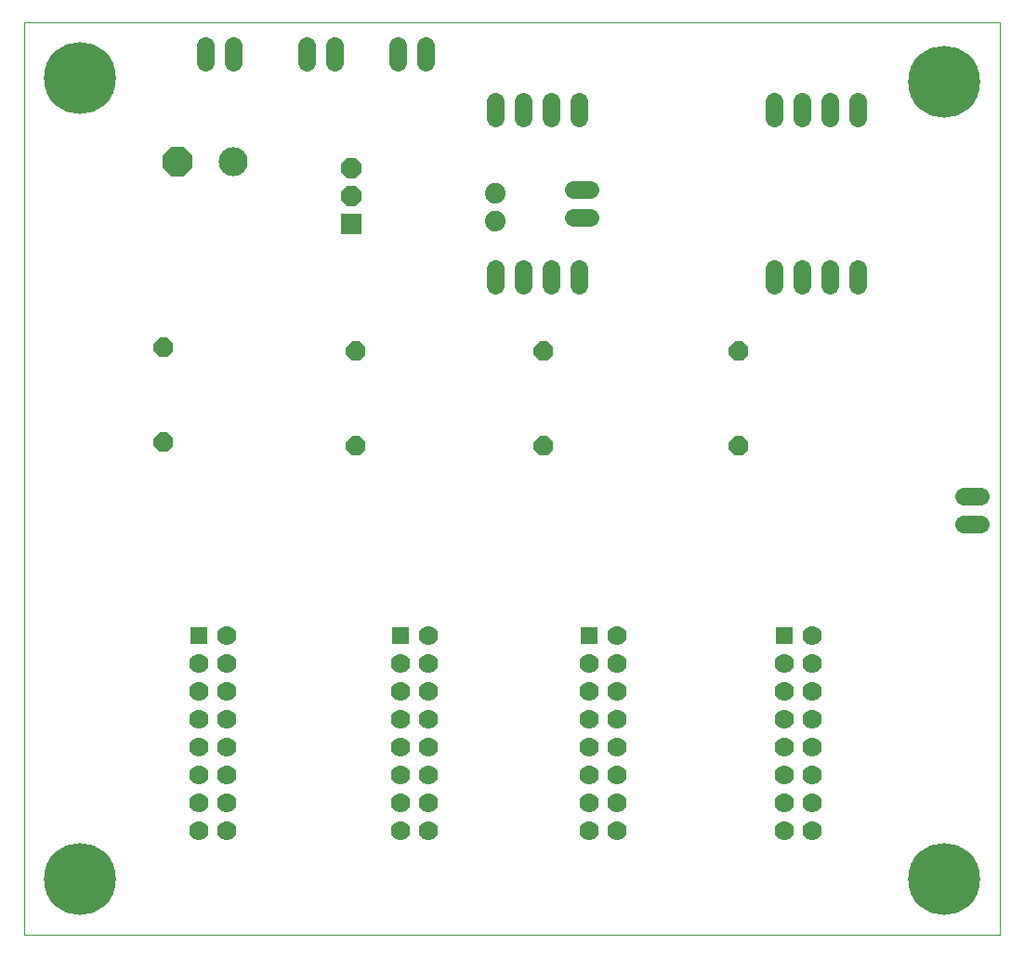
<source format=gbs>
G75*
%MOIN*%
%OFA0B0*%
%FSLAX25Y25*%
%IPPOS*%
%LPD*%
%AMOC8*
5,1,8,0,0,1.08239X$1,22.5*
%
%ADD10C,0.00000*%
%ADD11C,0.10400*%
%ADD12OC8,0.10400*%
%ADD13R,0.06337X0.06337*%
%ADD14C,0.07000*%
%ADD15OC8,0.07000*%
%ADD16C,0.25800*%
%ADD17C,0.06337*%
%ADD18C,0.07400*%
%ADD19R,0.07487X0.07487*%
%ADD20OC8,0.07487*%
D10*
X0002600Y0002600D02*
X0002600Y0330061D01*
X0352551Y0330061D01*
X0352551Y0002600D01*
X0002600Y0002600D01*
D11*
X0077600Y0280100D03*
D12*
X0057600Y0280100D03*
D13*
X0065100Y0110100D03*
X0137600Y0110100D03*
X0205100Y0110100D03*
X0275100Y0110100D03*
D14*
X0275100Y0100100D03*
X0275100Y0090100D03*
X0275100Y0080100D03*
X0275100Y0070100D03*
X0275100Y0060100D03*
X0275100Y0050100D03*
X0275100Y0040100D03*
X0285100Y0040100D03*
X0285100Y0050100D03*
X0285100Y0060100D03*
X0285100Y0070100D03*
X0285100Y0080100D03*
X0285100Y0090100D03*
X0285100Y0100100D03*
X0285100Y0110100D03*
X0215100Y0110100D03*
X0215100Y0100100D03*
X0215100Y0090100D03*
X0215100Y0080100D03*
X0215100Y0070100D03*
X0215100Y0060100D03*
X0215100Y0050100D03*
X0215100Y0040100D03*
X0205100Y0040100D03*
X0205100Y0050100D03*
X0205100Y0060100D03*
X0205100Y0070100D03*
X0205100Y0080100D03*
X0205100Y0090100D03*
X0205100Y0100100D03*
X0147600Y0100100D03*
X0147600Y0090100D03*
X0147600Y0080100D03*
X0147600Y0070100D03*
X0147600Y0060100D03*
X0147600Y0050100D03*
X0147600Y0040100D03*
X0137600Y0040100D03*
X0137600Y0050100D03*
X0137600Y0060100D03*
X0137600Y0070100D03*
X0137600Y0080100D03*
X0137600Y0090100D03*
X0137600Y0100100D03*
X0147600Y0110100D03*
X0075100Y0110100D03*
X0075100Y0100100D03*
X0075100Y0090100D03*
X0075100Y0080100D03*
X0075100Y0070100D03*
X0075100Y0060100D03*
X0075100Y0050100D03*
X0075100Y0040100D03*
X0065100Y0040100D03*
X0065100Y0050100D03*
X0065100Y0060100D03*
X0065100Y0070100D03*
X0065100Y0080100D03*
X0065100Y0090100D03*
X0065100Y0100100D03*
D15*
X0052600Y0179350D03*
X0052600Y0213350D03*
X0121350Y0212100D03*
X0121350Y0178100D03*
X0188850Y0178100D03*
X0188850Y0212100D03*
X0258850Y0212100D03*
X0258850Y0178100D03*
D16*
X0332600Y0308850D03*
X0332600Y0022600D03*
X0022600Y0022600D03*
X0022600Y0310100D03*
D17*
X0067600Y0315881D02*
X0067600Y0321819D01*
X0077600Y0321819D02*
X0077600Y0315881D01*
X0103850Y0315881D02*
X0103850Y0321819D01*
X0113850Y0321819D02*
X0113850Y0315881D01*
X0136350Y0315881D02*
X0136350Y0321819D01*
X0146350Y0321819D02*
X0146350Y0315881D01*
X0171350Y0301819D02*
X0171350Y0295881D01*
X0181350Y0295881D02*
X0181350Y0301819D01*
X0191350Y0301819D02*
X0191350Y0295881D01*
X0201350Y0295881D02*
X0201350Y0301819D01*
X0199631Y0270100D02*
X0205569Y0270100D01*
X0205569Y0260100D02*
X0199631Y0260100D01*
X0201350Y0241819D02*
X0201350Y0235881D01*
X0191350Y0235881D02*
X0191350Y0241819D01*
X0181350Y0241819D02*
X0181350Y0235881D01*
X0171350Y0235881D02*
X0171350Y0241819D01*
X0271350Y0241819D02*
X0271350Y0235881D01*
X0281350Y0235881D02*
X0281350Y0241819D01*
X0291350Y0241819D02*
X0291350Y0235881D01*
X0301350Y0235881D02*
X0301350Y0241819D01*
X0301350Y0295881D02*
X0301350Y0301819D01*
X0291350Y0301819D02*
X0291350Y0295881D01*
X0281350Y0295881D02*
X0281350Y0301819D01*
X0271350Y0301819D02*
X0271350Y0295881D01*
X0339631Y0160100D02*
X0345569Y0160100D01*
X0345569Y0150100D02*
X0339631Y0150100D01*
D18*
X0171350Y0258850D03*
X0171350Y0268850D03*
D19*
X0119756Y0257600D03*
D20*
X0119756Y0267600D03*
X0119756Y0277600D03*
M02*

</source>
